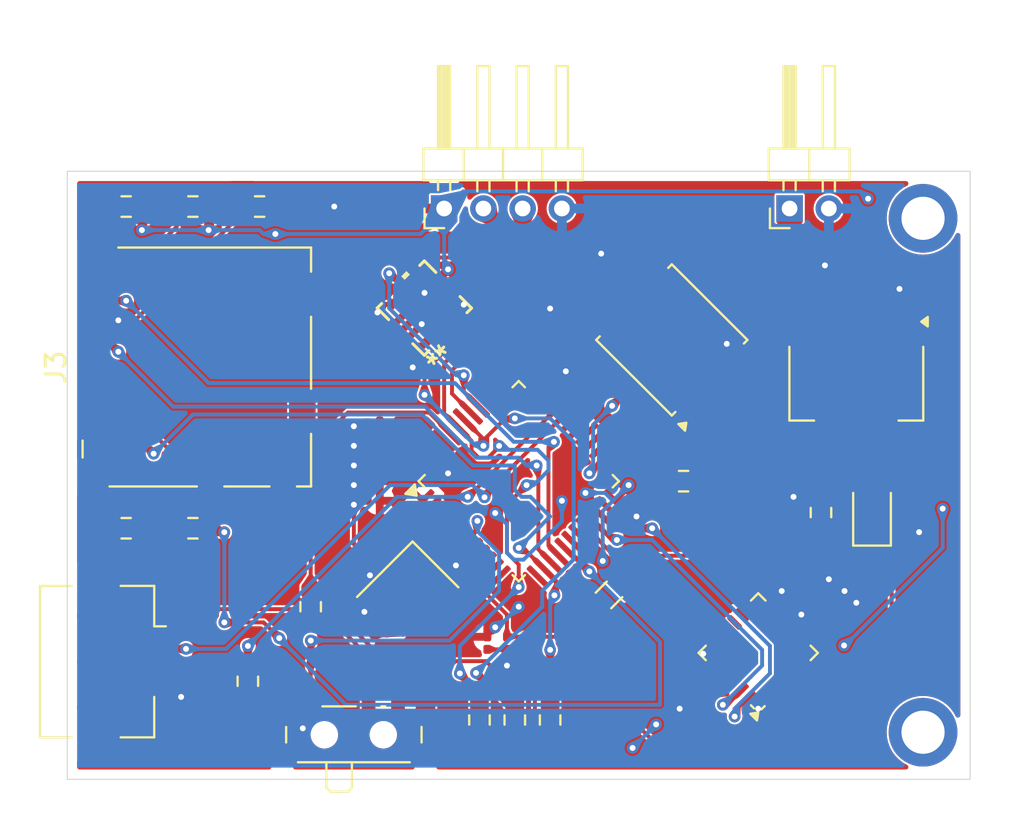
<source format=kicad_pcb>
(kicad_pcb (version 20240108) (generator "pcbnew") (generator_version "8.0")
  (layers (0 "F.Cu" signal) (31 "B.Cu" signal) (34 "B.Paste" user) (35 "F.Paste" user) (36 "B.SilkS" user "B.Silkscreen") (37 "F.SilkS" user "F.Silkscreen") (38 "B.Mask" user) (39 "F.Mask" user) (44 "Edge.Cuts" user))
  (net 0 "")
  (net 1 "+3.3V")
  (net 2 "+3.3VA")
  (net 3 "/NRST")
  (net 4 "/HSE_IN")
  (net 5 "/HSE_OUT")
  (net 6 "VBUS")
  (net 7 "/P_LED_K")
  (net 9 "/USB_D+")
  (net 11 "/USB_D-")
  (net 15 "/SWCLCK")
  (net 16 "/SWDIO")
  (net 17 "/SPI1_CS")
  (net 18 "Net-(J3-DAT1)")
  (net 20 "Net-(J3-DAT2)")
  (net 21 "/SPI1_SCK")
  (net 22 "/SPI1_MISO")
  (net 23 "/SPI1_MOSI")
  (net 24 "/BOOT0")
  (net 25 "/SW_BOOT0")
  (net 26 "/I2C1_SDA")
  (net 27 "/I2C1_SCL")
  (net 28 "/SPI2_CS")
  (net 29 "/INT_1")
  (net 32 "/INT_2")
  (net 40 "/SPI2_SCK")
  (net 41 "/SPI2_MOSI")
  (net 43 "Net-(U6-REGOUT)")
  (net 47 "Net-(U6-CPOUT)")
  (net 48 "/SPI2_MISO")
  (net 51 "/INT_3")
  (net 55 "GND")
  (net 56 "/I2C2_SDA")
  (net 57 "/I2C2_SCL")
  (footprint "Capacitor_SMD:C_0201_0603Metric" (layer "F.Cu") (at 120.757359 116.323045 45)
    (property "Reference" "C16" (hide yes))
    (property "Value" "100n")
  )
  (footprint "Capacitor_SMD:C_0201_0603Metric" (layer "F.Cu") (at 109.846089 131.159798 -135)
    (property "Reference" "C10" (hide yes))
    (property "Value" "10p")
  )
  (footprint "Capacitor_SMD:C_0201_0603Metric" (layer "F.Cu") (at 109.799999 127.2 180)
    (property "Reference" "C1" (hide yes))
    (property "Value" "100n")
  )
  (footprint "Resistor_SMD:R_0603_1608Metric" (layer "F.Cu") (at 115.2 139.375 90)
    (property "Reference" "R4" (hide yes))
    (property "Value" "4.7k")
  )
  (footprint "Capacitor_SMD:C_0201_0603Metric" (layer "F.Cu") (at 116.6 135.455 -90)
    (property "Reference" "C7" (hide yes))
    (property "Value" "1u")
  )
  (footprint "Capacitor_SMD:C_0201_0603Metric" (layer "F.Cu") (at 109.8 124.2 180)
    (property "Reference" "C5" (hide yes))
    (property "Value" "10u")
  )
  (footprint "Resistor_SMD:R_0603_1608Metric" (layer "F.Cu") (at 118.8 139.375 90)
    (property "Reference" "R7" (hide yes))
    (property "Value" "4.7k")
  )
  (footprint "MountingHole:MountingHole_2.2mm_M2_ISO7380_Pad" (layer "F.Cu") (at 137.8 140)
    (property "Reference" "H2" (hide yes))
    (property "Value" "MountingHole")
  )
  (footprint "Capacitor_SMD:C_0201_0603Metric" (layer "F.Cu") (at 109.842551 119.37002 135)
    (property "Reference" "C14" (hide yes))
    (property "Value" "10u")
  )
  (footprint "Resistor_SMD:R_0603_1608Metric" (layer "F.Cu") (at 100.6 113.2)
    (property "Reference" "R9" (hide yes))
    (property "Value" "10k")
  )
  (footprint "Capacitor_SMD:C_0201_0603Metric" (layer "F.Cu") (at 117.6 135.455 -90)
    (property "Reference" "C6" (hide yes))
    (property "Value" "10n")
  )
  (footprint "Inductor_SMD:L_0805_2012Metric" (layer "F.Cu") (at 121.8 133 45)
    (property "Reference" "FB1" (hide yes))
    (property "Value" "120R")
  )
  (footprint "Button_Switch_SMD:SW_SPDT_PCM12" (layer "F.Cu") (at 108.8 139.8)
    (property "Reference" "SW1" (hide yes))
    (property "Value" "SW_SPDT")
  )
  (footprint "Connector_PinHeader_2.00mm:PinHeader_1x04_P2.00mm_Horizontal" (layer "F.Cu") (at 113.4 113.3 90)
    (property "Reference" "J2" (hide yes))
    (property "Value" "Conn_01x04_Socket")
  )
  (footprint "Sensor_Motion:InvenSense_QFN-24_4x4mm_P0.5mm" (layer "F.Cu") (at 129.402082 135.955635 135)
    (property "Reference" "U6" (hide yes))
    (property "Value" "MPU-6050")
  )
  (footprint "Capacitor_SMD:C_0201_0603Metric" (layer "F.Cu") (at 115.6 135.455 -90)
    (property "Reference" "C8" (hide yes))
    (property "Value" "10n")
  )
  (footprint "footprints:QFN_31DLTR_STM" (layer "F.Cu") (at 112.391299 118.376729 135)
    (property "Reference" "U1" (hide yes))
    (property "Value" "H3LIS331DLTR")
  )
  (footprint "Capacitor_SMD:C_0201_0603Metric" (layer "F.Cu") (at 111.03049 120.55796 -45)
    (property "Reference" "C15" (hide yes))
    (property "Value" "100n")
  )
  (footprint "Connector_PinHeader_2.00mm:PinHeader_1x02_P2.00mm_Horizontal" (layer "F.Cu") (at 131 113.3 90)
    (property "Reference" "J4" (hide yes))
    (property "Value" "Conn_01x02_Socket")
  )
  (footprint "Resistor_SMD:R_0603_1608Metric" (layer "F.Cu") (at 125.6 127.2 180)
    (property "Reference" "R6" (hide yes))
    (property "Value" "4.7k")
  )
  (footprint "Resistor_SMD:R_0603_1608Metric" (layer "F.Cu") (at 103.4 137.4 90)
    (property "Reference" "R2" (hide yes))
    (property "Value" "1.5k")
  )
  (footprint "Package_TO_SOT_SMD:SOT-223-3_TabPin2" (layer "F.Cu") (at 134.4 122.2 -90)
    (property "Reference" "U3" (hide yes))
    (property "Value" "AMS1117-3.3")
  )
  (footprint "Capacitor_SMD:C_0201_0603Metric" (layer "F.Cu") (at 133.503301 134.4 45)
    (property "Reference" "C24" (hide yes))
    (property "Value" "0.01uF")
  )
  (footprint "Capacitor_SMD:C_0201_0603Metric" (layer "F.Cu") (at 126.149391 138.076955 -135)
    (property "Reference" "C22" (hide yes))
    (property "Value" "2200pF")
  )
  (footprint "Package_SO:SOIC-8_5.23x5.23mm_P1.27mm" (layer "F.Cu") (at 125 120 135)
    (property "Reference" "U4" (hide yes))
    (property "Value" "W25Q128JVS")
  )
  (footprint "LED_SMD:LED_0805_2012Metric" (layer "F.Cu") (at 135.2 128.8 90)
    (property "Reference" "D1" (hide yes))
    (property "Value" "RED")
  )
  (footprint "Capacitor_SMD:C_0201_0603Metric" (layer "F.Cu") (at 109.799999 126.2 180)
    (property "Reference" "C3" (hide yes))
    (property "Value" "100n")
  )
  (footprint "Capacitor_SMD:C_0201_0603Metric" (layer "F.Cu") (at 132.089088 132.985787 -135)
    (property "Reference" "C21" (hide yes))
    (property "Value" "0.1u")
  )
  (footprint "Connector_USB:USB_Micro-B_Amphenol_10104110_Horizontal" (layer "F.Cu") (at 96.97 136.4 -90)
    (property "Reference" "J1" (hide yes))
    (property "Value" "USB_B_Micro")
  )
  (footprint "Capacitor_SMD:C_0201_0603Metric" (layer "F.Cu") (at 132 116.4 90)
    (property "Reference" "C12" (hide yes))
    (property "Value" "22u")
  )
  (footprint "Package_QFP:LQFP-48_7x7mm_P0.5mm" (layer "F.Cu") (at 117.2 127.2 45)
    (property "Reference" "U2" (hide yes))
    (property "Value" "STM32F103C8Tx")
  )
  (footprint "Resistor_SMD:R_0603_1608Metric" (layer "F.Cu") (at 106.6 133.6 90)
    (property "Reference" "R1" (hide yes))
    (property "Value" "10k")
  )
  (footprint "Capacitor_SMD:C_0201_0603Metric" (layer "F.Cu") (at 119.484567 117.595837 -135)
    (property "Reference" "C17" (hide yes))
    (property "Value" "10u")
  )
  (footprint "Capacitor_SMD:C_0201_0603Metric" (layer "F.Cu") (at 109.799999 125.2 180)
    (property "Reference" "C4" (hide yes))
    (property "Value" "100n")
  )
  (footprint "Resistor_SMD:R_0603_1608Metric" (layer "F.Cu") (at 132.6 128.8 90)
    (property "Reference" "R3" (hide yes))
    (property "Value" "1.5k")
  )
  (footprint "Resistor_SMD:R_0603_1608Metric" (layer "F.Cu") (at 97.2 129.6)
    (property "Reference" "R11" (hide yes))
    (property "Value" "10k")
  )
  (footprint "Resistor_SMD:R_0603_1608Metric" (layer "F.Cu") (at 97.2 113.2)
    (property "Reference" "R10" (hide yes))
    (property "Value" "10k")
  )
  (footprint "Capacitor_SMD:C_0201_0603Metric" (layer "F.Cu") (at 109.799999 128.200001 180)
    (property "Reference" "C2" (hide yes))
    (property "Value" "100n")
  )
  (footprint "Capacitor_SMD:C_0201_0603Metric" (layer "F.Cu") (at 106.8 113.2)
    (property "Reference" "C18" (hide yes))
    (property "Value" "100n")
  )
  (footprint "Capacitor_SMD:C_0201_0603Metric" (layer "F.Cu") (at 109.563247 134.836753 135)
    (property "Reference" "C11" (hide yes))
    (property "Value" "10p")
  )
  (footprint "Capacitor_SMD:C_0201_0603Metric" (layer "F.Cu") (at 132.796195 133.692893 -135)
    (property "Reference" "C23" (hide yes))
    (property "Value" "0.1u")
  )
  (footprint "Connector_Card:microSD_HC_Molex_104031-0811" (layer "F.Cu") (at 100.8 121.4 90)
    (property "Reference" "J3")
    (property "Value" "Micro_SD_Card")
  )
  (footprint "Capacitor_SMD:C_0201_0603Metric" (layer "F.Cu") (at 137.6 128.8 -90)
    (property "Reference" "C13" (hide yes))
    (property "Value" "22u")
  )
  (footprint "Capacitor_SMD:C_0201_0603Metric" (layer "F.Cu") (at 106.6 136.2 -90)
    (property "Reference" "C9" (hide yes))
    (property "Value" "100n")
  )
  (footprint "Resistor_SMD:R_0603_1608Metric" (layer "F.Cu") (at 104 113.2)
    (property "Reference" "R8" (hide yes))
    (property "Value" "10k")
  )
  (footprint "Resistor_SMD:R_0603_1608Metric" (layer "F.Cu") (at 100.6 129.6)
    (property "Reference" "R12" (hide yes))
    (property "Value" "10k")
  )
  (footprint "MountingHole:MountingHole_2.2mm_M2_ISO7380_Pad" (layer "F.Cu") (at 137.8 113.8)
    (property "Reference" "H1" (hide yes))
    (property "Value" "MountingHole")
  )
  (footprint "Crystal:Crystal_SMD_3225-4Pin_3.2x2.5mm" (layer "F.Cu") (at 111.543146 132.856854 -135)
    (property "Reference" "Y1" (hide yes))
    (property "Value" "16MHz")
  )
  (footprint "Resistor_SMD:R_0603_1608Metric" (layer "F.Cu") (at 117 139.375 90)
    (property "Reference" "R5" (hide yes))
    (property "Value" "4.7k")
  )
  (gr_line (start 140.2 111.4) (end 94.2 111.4) (stroke (width 0.05)) (layer "Edge.Cuts"))
  (gr_line (start 94.2 142.4) (end 140.2 142.4) (stroke (width 0.05)) (layer "Edge.Cuts"))
  (gr_line (start 140.2 142.4) (end 140.2 111.4) (stroke (width 0.05)) (layer "Edge.Cuts"))
  (gr_line (start 94.2 111.4) (end 94.2 142.4) (stroke (width 0.05)) (layer "Edge.Cuts"))
  (segment (start 110.12 125.199999) (end 110.119999 125.2) (width 0.2) (layer "F.Cu") (net 1))
  (segment (start 113.32 138.32) (end 115.2 140.2) (width 0.2) (layer "F.Cu") (net 1))
  (segment (start 115.6 135.048528) (end 116 134.648528) (width 0.2) (layer "F.Cu") (net 1))
  (segment (start 112.953643 117.046357) (end 113.6 116.4) (width 0.2) (layer "F.Cu") (net 1))
  (segment (start 128.907107 133.692893) (end 128.583671 133.369457) (width 0.2) (layer "F.Cu") (net 1))
  (segment (start 102.8 130.048529) (end 102.8 117.2) (width 0.2) (layer "F.Cu") (net 1))
  (segment (start 110.068825 119.596295) (end 110.804216 120.331686) (width 0.2) (layer "F.Cu") (net 1))
  (segment (start 101.425 113.2) (end 101.425 114.375) (width 0.2) (layer "F.Cu") (net 1))
  (segment (start 102.448529 130.4) (end 102.8 130.048529) (width 0.2) (layer "F.Cu") (net 1))
  (segment (start 105.03 140.4) (end 106.438629 140.4) (width 0.2) (layer "F.Cu") (net 1))
  (segment (start 98.025 113.2) (end 98.025 114.375) (width 0.2) (layer "F.Cu") (net 1))
  (segment (start 111.084014 119.684014) (end 111.18036 119.78036) (width 0.2) (layer "F.Cu") (net 1))
  (segment (start 111.1 138.42) (end 111.05 138.37) (width 0.2) (layer "F.Cu") (net 1))
  (segment (start 121.107377 118.766099) (end 121.107377 118.801454) (width 0.2) (layer "F.Cu") (net 1))
  (segment (start 127.2 121.301975) (end 127.994597 122.096572) (width 0.2) (layer "F.Cu") (net 1))
  (segment (start 109 119.234577) (end 109 117.492893) (width 0.2) (layer "F.Cu") (net 1))
  (segment (start 110.119999 125.2) (end 110.119999 126.2) (width 0.2) (layer "F.Cu") (net 1))
  (segment (start 100.65 112.425) (end 101.425 113.2) (width 0.2) (layer "F.Cu") (net 1))
  (segment (start 112.953643 117.1071) (end 112.953643 117.046357) (width 0.2) (layer "F.Cu") (net 1))
  (segment (start 134.4 119.050001) (end 134.4 125.349999) (width 0.5) (layer "F.Cu") (net 1))
  (segment (start 137.462499 127.862499) (end 137.6 128) (width 0.2) (layer "F.Cu") (net 1))
  (segment (start 98.195 121.205) (end 102.5 116.9) (width 0.2) (layer "F.Cu") (net 1))
  (segment (start 110.119999 126.2) (end 110.119999 127.2) (width 0.2) (layer "F.Cu") (net 1))
  (segment (start 111.18036 120) (end 110.848674 120.331686) (width 0.2) (layer "F.Cu") (net 1))
  (segment (start 110.12 124.2) (end 110.12 125.199999) (width 0.2) (layer "F.Cu") (net 1))
  (segment (start 137.6 128) (end 137.6 128.48) (width 0.2) (layer "F.Cu") (net 1))
  (segment (start 138.68 128.48) (end 137.6 128.48) (width 0.2) (layer "F.Cu") (net 1))
  (segment (start 119.727208 133.8) (end 121.278509 132.248699) (width 0.2) (layer "F.Cu") (net 1))
  (segment (start 127.994597 122.096572) (end 128.115196 122.217171) (width 0.2) (layer "F.Cu") (net 1))
  (segment (start 95.35 121.205) (end 98.195 121.205) (width 0.2) (layer "F.Cu") (net 1))
  (segment (start 118.198788 122.312124) (end 118.198788 121.710043) (width 0.2) (layer "F.Cu") (net 1))
  (segment (start 134.4 125.349999) (end 134.4 126) (width 0.2) (layer "F.Cu") (net 1))
  (segment (start 127.462913 132.248699) (end 128.907107 133.692893) (width 0.2) (layer "F.Cu") (net 1))
  (segment (start 125.4 139.8) (end 129.55147 139.8) (width 0.2) (layer "F.Cu") (net 1))
  (segment (start 127.2 118.657393) (end 127.2 121.301975) (width 0.2) (layer "F.Cu") (net 1))
  (segment (start 121.724265 116.275735) (end 123 115) (width 0.2) (layer "F.Cu") (net 1))
  (segment (start 134.4 113.4) (end 134.4 119.050001) (width 0.2) (layer "F.Cu") (net 1))
  (segment (start 102.6 112) (end 103.625 112) (width 0.2) (layer "F.Cu") (net 1))
  (segment (start 112.366274 120.233726) (end 111.633726 120.233726) (width 0.2) (layer "F.Cu") (net 1))
  (segment (start 134.4 126) (end 135.2 126.8) (width 0.2) (layer "F.Cu") (net 1))
  (segment (start 104.825 113.2) (end 106.48 113.2) (width 0.2) (layer "F.Cu") (net 1))
  (segment (start 124.8 139.2) (end 125.4 139.8) (width 0.2) (layer "F.Cu") (net 1))
  (segment (start 99.775 129.6) (end 99 130.375) (width 0.2) (layer "F.Cu") (net 1))
  (segment (start 120.651294 116.549319) (end 122.005403 117.903428) (width 0.2) (layer "F.Cu") (net 1))
  (segment (start 114.376458 128.624987) (end 112.951471 127.2) (width 0.2) (layer "F.Cu") (net 1))
  (segment (start 109.865119 119.8) (end 109.565423 119.8) (width 0.2) (layer "F.Cu") (net 1))
  (segment (start 118.8 140.2) (end 122.4 140.2) (width 0.2) (layer "F.Cu") (net 1))
  (segment (start 119.8 127.8) (end 119.4 128.2) (width 0.2) (layer "F.Cu") (net 1))
  (segment (start 123 115) (end 123.542607 115) (width 0.2) (layer "F.Cu") (net 1))
  (segment (start 110.464449 119.2) (end 110.860743 119.2) (width 0.2) (layer "F.Cu") (net 1))
  (segment (start 138.8 128.6) (end 138.68 128.48) (width 0.2) (layer "F.Cu") (net 1))
  (segment (start 110.860743 119.2) (end 111.12167 118.939073) (width 0.2) (layer "F.Cu") (net 1))
  (segment (start 115.2 140.2) (end 117 140.2) (width 0.2) (layer "F.Cu") (net 1))
  (segment (start 101.425 113.2) (end 101.4125 113.1875) (width 0.2) (layer "F.Cu") (net 1))
  (segment (start 97.15 130.375) (end 96.375 129.6) (width 0.2) (layer "F.Cu") (net 1))
  (segment (start 117 140.2) (end 118.8 140.2) (width 0.2) (layer "F.Cu") (net 1))
  (segment (start 110.068825 119.596294) (end 110.068825 119.596295) (width 0.2) (layer "F.Cu") (net 1))
  (segment (start 103.4 138.77) (end 105.03 140.4) (width 0.2) (layer "F.Cu") (net 1))
  (segment (start 110.068825 119.596294) (end 110.068825 119.595624) (width 0.2) (layer "F.Cu") (net 1))
  (segment (start 111.18036 119.78036) (end 111.18036 120) (width 0.2) (layer "F.Cu") (net 1))
  (segment (start 128.115196 122.217171) (end 128.115196 125.509804) (width 0.2) (layer "F.Cu") (net 1))
  (segment (start 111.633726 120.233726) (end 111.084014 119.684014) (width 0.2) (layer "F.Cu") (net 1))
  (segment (start 102.5 116.9) (end 104.8 114.6) (width 0.2) (layer "F.Cu") (net 1))
  (segment (start 109 117.492893) (end 113.092893 113.4) (width 0.2) (layer "F.Cu") (net 1))
  (segment (start 122.460829 132.248699) (end 121.480685 131.268555) (width 0.2) (layer "F.Cu") (net 1))
  (segment (start 119.710841 117.369563) (end 121.107377 118.766099) (width 0.2) (layer "F.Cu") (net 1))
  (segment (start 113.092893 113.4) (end 113.399999 113.4) (width 0.2) (layer "F.Cu") (net 1))
  (segment (start 96.375 129.6) (end 97.175 130.4) (width 0.2) (layer "F.Cu") (net 1))
  (segment (start 116 128.825401) (end 115.799586 128.624987) (width 0.2) (layer "F.Cu") (net 1))
  (segment (start 110.119999 125.2) (end 111.310912 125.2) (width 0.2) (layer "F.Cu") (net 1))
  (segment (start 111.1 138.32) (end 113.32 138.32) (width 0.2) (layer "F.Cu") (net 1))
  (segment (start 124.8 136.6) (end 124.8 139.2) (width 0.2) (layer "F.Cu") (net 1))
  (segment (start 109.565423 119.8) (end 109 119.234577) (width 0.2) (layer "F.Cu") (net 1))
  (segment (start 112.312124 128.198788) (end 111.510912 129) (width 0.2) (layer "F.Cu") (net 1))
  (segment (start 128.030543 133.369457) (end 124.8 136.6) (width 0.2) (layer "F.Cu") (net 1))
  (segment (start 117.2 133.6) (end 117.4 133.8) (width 0.2) (layer "F.Cu") (net 1))
  (segment (start 115.6 135.135) (end 115.6 135.048528) (width 0.2) (layer "F.Cu") (net 1))
  (segment (start 111.510912 129) (end 111.4 129) (width 0.2) (layer "F.Cu") (net 1))
  (segment (start 110.068825 119.595624) (end 110.464449 119.2) (width 0.2) (layer "F.Cu") (net 1))
  (segment (start 102.8 117.2) (end 102.5 116.9) (width 0.2) (layer "F.Cu") (net 1))
  (segment (start 122.551301 132.248699) (end 127.462913 132.248699) (width 0.2) (layer "F.Cu") (net 1))
  (segment (start 112.6 120) (end 112.366274 120.233726) (width 0.2) (layer "F.Cu") (net 1))
  (segment (start 110.631371 140.93) (end 111.1 140.461371) (width 0.2) (layer "F.Cu") (net 1))
  (segment (start 118.198788 121.710043) (end 121.107377 118.801454) (width 0.2) (layer "F.Cu") (net 1))
  (segment (start 111.05 138.37) (end 111.1 138.32) (width 0.2) (layer "F.Cu") (net 1))
  (segment (start 104.825 114.575) (end 104.8 114.6) (width 0.2) (layer "F.Cu") (net 1))
  (segment (start 110.848674 120.331686) (end 110.804216 120.331686) (width 0.2) (layer "F.Cu") (net 1))
  (segment (start 135.2 126.8) (end 135.2 127.862499) (width 0.2) (layer "F.Cu") (net 1))
  (segment (start 131.381981 135.107107) (end 132.569921 133.919167) (width 0.2) (layer "F.Cu") (net 1))
  (segment (start 122.4 140.2) (end 123 140.8) (width 0.2) (layer "F.Cu") (net 1))
  (segment (start 122.8 127.486664) (end 122.087876 128.198788) (width 0.2) (layer "F.Cu") (net 1))
  (segment (start 135.2 127.862499) (end 137.462499 127.862499) (width 0.2) (layer "F.Cu") (net 1))
  (segment (start 135 112.8) (end 134.4 113.4) (width 0.2) (layer "F.Cu") (net 1))
  (segment (start 132.569921 133.919168) (end 133.277027 134.626274) (width 0.2) (layer "F.Cu") (net 1))
  (segment (start 101.425 114.375) (end 101.4 114.4) (width 0.2) (layer "F.Cu") (net 1))
  (segment (start 120.6 127.8) (end 119.8 127.8) (width 0.2) (layer "F.Cu") (net 1))
  (segment (start 106.438629 140.4) (end 106.968629 140.93) (width 0.2) (layer "F.Cu") (net 1))
  (segment (start 132.569921 133.919167) (end 132.569921 133.919168) (width 0.2) (layer "F.Cu") (net 1))
  (segment (start 120.531085 116.549319) (end 120.651294 116.549319) (width 0.2) (layer "F.Cu") (net 1))
  (segment (start 111.475313 119.292715) (end 111.084014 119.684014) (width 0.2) (layer "F.Cu") (net 1))
  (segment (start 123.542607 115) (end 127.2 118.657393) (width 0.2) (layer "F.Cu") (net 1))
  (segment (start 111.4 129) (end 110.600001 128.200001) (width 0.2) (layer "F.Cu") (net 1))
  (segment (start 133.775735 135.575735) (end 133.277027 135.077027) (width 0.2) (layer "F.Cu") (net 1))
  (segment (start 98.025 113.2) (end 98.8 112.425) (width 0.2) (layer "F.Cu") (net 1))
  (segment (start 115.799586 128.624987) (end 114.376458 128.624987) (width 0.2) (layer "F.Cu") (net 1))
  (segment (start 98.025 114.375) (end 98 114.4) (width 0.2) (layer "F.Cu") (net 1))
  (segment (start 128.583671 133.369457) (end 128.030543 133.369457) (width 0.2) (layer "F.Cu") (net 1))
  (segment (start 128.115196 125.509804) (end 126.425 127.2) (width 0.2) (layer "F.Cu") (net 1))
  (segment (start 122.005403 117.903428) (end 121.724265 117.62229) (width 0.2) (layer "F.Cu") (net 1))
  (segment (start 131.31127 135.107107) (end 131.381981 135.107107) (width 0.2) (layer "F.Cu") (net 1))
  (segment (start 103.4 138.225) (end 103.4 138.77) (width 0.2) (layer "F.Cu") (net 1))
  (segment (start 112.951471 127.2) (end 110.119999 127.2) (width 0.2) (layer "F.Cu") (net 1))
  (segment (start 98.8 112.425) (end 100.65 112.425) (width 0.2) (layer "F.Cu") (net 1))
  (segment (start 121.724265 117.62229) (end 121.724265 116.275735) (width 0.2) (layer "F.Cu") (net 1))
  (segment (start 117.4 133.8) (end 119.727208 133.8) (width 0.2) (layer "F.Cu") (net 1))
  (segment (start 122.087876 128.198788) (end 125.426212 128.198788) (width 0.2) (layer "F.Cu") (net 1))
  (segment (start 110.119999 127.2) (end 110.119999 128.200001) (width 0.2) (layer "F.Cu") (net 1))
  (segment (start 124.2 139.6) (end 124.4 139.6) (width 0.2) (layer "F.Cu") (net 1))
  (segment (start 110.068825 119.596294) (end 109.865119 119.8) (width 0.2) (layer "F.Cu") (net 1))
  (segment (start 110.600001 128.200001) (end 110.119999 128.200001) (width 0.2) (layer "F.Cu") (net 1))
  (segment (start 99 130.375) (end 97.15 130.375) (width 0.2) (layer "F.Cu") (net 1))
  (segment (start 125.426212 128.198788) (end 126.425 127.2) (width 0.2) (layer "F.Cu") (net 1))
  (segment (start 129.55147 139.8) (end 133.775735 135.575735) (width 0.2) (layer "F.Cu") (net 1))
  (segment (start 122.8 127.4) (end 122.8 127.486664) (width 0.2) (layer "F.Cu") (net 1))
  (segment (start 124.4 139.6) (end 124.8 139.2) (width 0.2) (layer "F.Cu") (net 1))
  (segment (start 106.968629 140.93) (end 110.631371 140.93) (width 0.2) (layer "F.Cu") (net 1))
  (segment (start 121.278509 132.248699) (end 122.551301 132.248699) (width 0.2) (layer "F.Cu") (net 1))
  (segment (start 133.277027 135.077027) (end 133.277027 134.626274) (width 0.2) (layer "F.Cu") (net 1))
  (segment (start 111.1 140.461371) (end 111.1 138.42) (width 0.2) (layer "F.Cu") (net 1))
  (segment (start 97.175 130.4) (end 102.448529 130.4) (width 0.2) (layer "F.Cu") (net 1))
  (segment (start 122.551301 132.248699) (end 122.460829 132.248699) (width 0.2) (layer "F.Cu") (net 1))
  (segment (start 111.310912 125.2) (end 112.312124 126.201212) (width 0.2) (layer "F.Cu") (net 1))
  (segment (start 119.710841 117.369563) (end 120.531085 116.549319) (width 0.2) (layer "F.Cu") (net 1))
  (segment (start 104.825 113.2) (end 104.825 114.575) (width 0.2) (layer "F.Cu") (net 1))
  (segment (start 101.4125 113.1875) (end 102.6 112) (width 0.2) (layer "F.Cu") (net 1))
  (segment (start 103.625 112) (end 104.825 113.2) (width 0.2) (layer "F.Cu") (net 1))
  (via (at 122.8 127.4) (size 0.6) (drill 0.3) (layers "F.Cu" "B.Cu") (net 1))
  (via (at 117.2 133.6) (size 0.6) (drill 0.3) (layers "F.Cu" "B.Cu") (net 1))
  (via (at 135 112.8) (size 0.6) (drill 0.3) (layers "F.Cu" "B.Cu") (net 1))
  (via (at 113.6 116.4) (size 0.6) (drill 0.3) (layers "F.Cu" "B.Cu") (net 1))
  (via (at 119.4 128.2) (size 0.6) (drill 0.3) (layers "F.Cu" "B.Cu") (net 1))
  (via (at 120.6 127.8) (size 0.6) (drill 0.3) (layers "F.Cu" "B.Cu") (net 1))
  (via (at 101.4 114.4) (size 0.6) (drill 0.3) (layers "F.Cu" "B.Cu") (net 1))
  (via (at 121.480685 131.268555) (size 0.6) (drill 0.3) (layers "F.Cu" "B.Cu") (net 1))
  (via (at 116 134.648528) (size 0.6) (drill 0.3) (layers "F.Cu" "B.Cu") (net 1))
  (via (at 98 114.4) (size 0.6) (drill 0.3) (layers "F.Cu" "B.Cu") (net 1))
  (via (at 104.8 114.6) (size 0.6) (drill 0.3) (layers "F.Cu" "B.Cu") (net 1))
  (via (at 124.2 139.6) (size 0.6) (drill 0.3) (layers "F.Cu" "B.Cu") (net 1))
  (via (at 138.8 128.6) (size 0.6) (drill 0.3) (layers "F.Cu" "B.Cu") (net 1))
  (via (at 123 140.8) (size 0.6) (drill 0.3) (layers "F.Cu" "B.Cu") (net 1))
  (via (at 116 128.825401) (size 0.6) (drill 0.3) (layers "F.Cu" "B.Cu") (net 1))
  (via (at 133.775735 135.575735) (size 0.6) (drill 0.3) (layers "F.Cu" "B.Cu") (net 1))
  (segment (start 133.775735 135.575735) (end 133.824265 135.575735) (width 0.2) (layer "B.Cu") (net 1))
  (segment (start 116.951471 131.2) (end 116.6 130.848529) (width 0.2) (layer "B.Cu") (net 1))
  (segment (start 113.399999 116.199999) (end 113.399999 113.4) (width 0.2) (layer "B.Cu") (net 1))
  (segment (start 116.6 129.4) (end 116.025401 128.825401) (width 0.2) (layer "B.Cu") (net 1))
  (segment (start 121.6 127.8) (end 120.6 127.8) (width 0.2) (layer "B.Cu") (net 1))
  (segment (start 116.151472 134.648528) (end 117.2 133.6) (width 0.2) (layer "B.Cu") (net 1))
  (segment (start 116.025401 128.825401) (end 116 128.825401) (width 0.2) (layer "B.Cu") (net 1))
  (segment (start 121.480685 128.719315) (end 122 128.2) (width 0.2) (layer "B.Cu") (net 1))
  (segment (start 104.8 114.6) (end 112.199999 114.6) (width 0.2) (layer "B.Cu") (net 1))
  (segment (start 101.4 114.4) (end 98 114.4) (width 0.2) (layer "B.Cu") (net 1))
  (segment (start 116.6 130.848529) (end 116.6 129.4) (width 0.2) (layer "B.Cu") (net 1))
  (segment (start 123 140.8) (end 124.2 139.6) (width 0.2) (layer "B.Cu") (net 1))
  (segment (start 113.6 116.4) (end 113.399999 116.199999) (width 0.2) (layer "B.Cu") (net 1))
  (segment (start 133.824265 135.575735) (end 138.8 130.6) (width 0.2) (layer "B.Cu") (net 1))
  (segment (start 114.374999 112.425) (end 134.625 112.425) (width 0.2) (layer "B.Cu") (net 1))
  (segment (start 134.625 112.425) (end 135 112.8) (width 0.2) (layer "B.Cu") (net 1))
  (segment (start 138.8 130.6) (end 138.8 128.6) (width 0.2) (layer "B.Cu") (net 1))
  (segment (start 121.480685 131.268555) (end 121.480685 128.719315) (width 0.2) (layer "B.Cu") (net 1))
  (segment (start 113.399999 113.4) (end 114.374999 112.425) (width 0.2) (layer "B.Cu") (net 1))
  (segment (start 122 128.2) (end 121.6 127.8) (width 0.2) (layer "B.Cu") (net 1))
  (segment (start 119.4 128.2) (end 119.4 129.248529) (width 0.2) (layer "B.Cu") (net 1))
  (segment (start 104 114.4) (end 101.4 114.4) (width 0.2) (layer "B.Cu") (net 1))
  (segment (start 116 134.648528) (end 116.151472 134.648528) (width 0.2) (layer "B.Cu") (net 1))
  (segment (start 122 128.2) (end 122.8 127.4) (width 0.2) (layer "B.Cu") (net 1))
  (segment (start 104.8 114.6) (end 104.2 114.6) (width 0.2) (layer "B.Cu") (net 1))
  (segment (start 112.199999 114.6) (end 113.399999 113.4) (width 0.2) (layer "B.Cu") (net 1))
  (segment (start 117.448529 131.2) (end 116.951471 131.2) (width 0.2) (layer "B.Cu") (net 1))
  (segment (start 104.2 114.6) (end 104 114.4) (width 0.2) (layer "B.Cu") (net 1))
  (segment (start 119.4 129.248529) (end 117.448529 131.2) (width 0.2) (layer "B.Cu") (net 1))
  (segment (start 117.6 135.135) (end 119.665 135.135) (width 0.2) (layer "F.Cu") (net 2))
  (segment (start 119.665 135.135) (end 121.048699 133.751301) (width 0.2) (layer "F.Cu") (net 2))
  (segment (start 116.6 135.135) (end 117.6 135.135) (width 0.2) (layer "F.Cu") (net 2))
  (segment (start 114.596144 131.996144) (end 114.596144 131.571622) (width 0.2) (layer "F.Cu") (net 2))
  (segment (start 114.596144 131.571622) (end 115.140551 131.027215) (width 0.2) (layer "F.Cu") (net 2))
  (segment (start 116.6 135.135) (end 116.6 134) (width 0.2) (layer "F.Cu") (net 2))
  (segment (start 116.6 134) (end 114.596144 131.996144) (width 0.2) (layer "F.Cu") (net 2))
  (segment (start 106.604325 135.325) (end 106.604325 135.875675) (width 0.2) (layer "F.Cu") (net 3))
  (segment (start 114.433445 130.320109) (end 115.09334 129.660214) (width 0.2) (layer "F.Cu") (net 3))
  (segment (start 115.09334 129.660214) (end 115.09334 129.224987) (width 0.2) (layer "F.Cu") (net 3))
  (segment (start 106.604325 135.875675) (end 106.6 135.88) (width 0.2) (layer "F.Cu") (net 3))
  (via (at 115.09334 129.224987) (size 0.6) (drill 0.3) (layers "F.Cu" "B.Cu") (net 3))
  (via (at 106.604325 135.325) (size 0.6) (drill 0.3) (layers "F.Cu" "B.Cu") (net 3))
  (segment (start 116.2 130.848529) (end 116.2 132.8) (width 0.2) (layer "B.Cu") (net 3))
  (segment (start 116.2 132.8) (end 113.675 135.325) (width 0.2) (layer "B.Cu") (net 3))
  (segment (start 115.09334 129.224987) (end 115.09334 129.741869) (width 0.2) (layer "B.Cu") (net 3))
  (segment (start 113.675 135.325) (end 106.604325 135.325) (width 0.2) (layer "B.Cu") (net 3))
  (segment (start 115.09334 129.741869) (end 116.2 130.848529) (width 0.2) (layer "B.Cu") (net 3))
  (segment (start 113.726338 129.613002) (end 111.861344 131.477996) (width 0.2) (layer "F.Cu") (net 4))
  (segment (start 111.861344 131.477996) (end 111.719923 131.477996) (width 0.2) (layer "F.Cu") (net 4))
  (segment (start 110.072363 130.933524) (end 111.175451 130.933524) (width 0.2) (layer "F.Cu") (net 4))
  (segment (start 111.175451 130.933524) (end 111.719923 131.477996) (width 0.2) (layer "F.Cu") (net 4))
  (segment (start 109.789521 135.063027) (end 110.539054 135.063027) (width 0.2) (layer "F.Cu") (net 5))
  (segment (start 113.2 131.543857) (end 113.2 130.846446) (width 0.2) (layer "F.Cu") (net 5))
  (segment (start 112.639161 134.235712) (end 114.141243 132.73363) (width 0.2) (layer "F.Cu") (net 5))
  (segment (start 114.141243 132.73363) (end 114.141243 132.4851) (width 0.2) (layer "F.Cu") (net 5))
  (segment (start 110.539054 135.063027) (end 111.366369 134.235712) (width 0.2) (layer "F.Cu") (net 5))
  (segment (start 113.2 130.846446) (end 114.079891 129.966555) (width 0.2) (layer "F.Cu") (net 5))
  (segment (start 114.141243 132.4851) (end 113.2 131.543857) (width 0.2) (layer "F.Cu") (net 5))
  (segment (start 111.366369 134.235712) (end 112.639161 134.235712) (width 0.2) (layer "F.Cu") (net 5))
  (segment (start 115.527206 136.375735) (end 117.001471 137.85) (width 0.2) (layer "F.Cu") (net 6))
  (segment (start 132.1 126.238231) (end 132.1 119.05) (width 0.2) (layer "F.Cu") (net 6))
  (segment (start 117.001471 137.85) (end 117.737648 137.85) (width 0.2) (layer "F.Cu") (net 6))
  (segment (start 124.2 140.6) (end 131 140.6) (width 0.2) (layer "F.Cu") (net 6))
  (segment (start 136.2 129.261769) (end 135.58823 128.649999) (width 0.2) (layer "F.Cu") (net 6))
  (segment (start 132 116.72) (end 132 118.95) (width 0.2) (layer "F.Cu") (net 6))
  (segment (start 130.999999 113.300001) (end 130.999999 117.949999) (width 0.5) (layer "F.Cu") (net 6))
  (segment (start 131 140.6) (end 136.4 135.2) (width 0.2) (layer "F.Cu") (net 6))
  (segment (start 101.625 133.725) (end 107.744386 133.725) (width 0.2) (layer "F.Cu") (net 6))
  (segment (start 131 113.3) (end 130.999999 113.300001) (width 0.5) (layer "F.Cu") (net 6))
  (segment (start 100.25 135.1) (end 98.52 135.1) (width 0.2) (layer "F.Cu") (net 6))
  (segment (start 136.2 134) (end 136.2 129.261769) (width 0.2) (layer "F.Cu") (net 6))
  (segment (start 117.737648 137.85) (end 118.025 138.137352) (width 0.2) (layer "F.Cu") (net 6))
  (segment (start 136.4 134.2) (end 136.2 134) (width 0.2) (layer "F.Cu") (net 6))
  (segment (start 118.462352 139.4) (end 123 139.4) (width 0.2) (layer "F.Cu") (net 6))
  (segment (start 107.744386 133.725) (end 111.019386 137) (width 0.2) (layer "F.Cu") (net 6))
  (segment (start 113.351471 137) (end 113.975736 136.375735) (width 0.2) (layer "F.Cu") (net 6))
  (segment (start 134.511768 128.649999) (end 132.1 126.238231) (width 0.2) (layer "F.Cu") (net 6))
  (segment (start 132 118.95) (end 132.1 119.05) (width 0.2) (layer "F.Cu") (net 6))
  (segment (start 118.025 138.137352) (end 118.025 138.962648) (width 0.2) (layer "F.Cu") (net 6))
  (segment (start 130.999999 117.949999) (end 132.1 119.05) (width 0.5) (layer "F.Cu") (net 6))
  (segment (start 136.4 135.2) (end 136.4 134.2) (width 0.2) (layer "F.Cu") (net 6))
  (segment (start 113.975736 136.375735) (end 115.527206 136.375735) (width 0.2) (layer "F.Cu") (net 6))
  (segment (start 100.25 135.1) (end 101.625 133.725) (width 0.2) (layer "F.Cu") (net 6))
  (segment (start 135.58823 128.649999) (end 134.511768 128.649999) (width 0.2) (layer "F.Cu") (net 6))
  (segment (start 123 139.4) (end 124.2 140.6) (width 0.2) (layer "F.Cu") (net 6))
  (segment (start 118.025 138.962648) (end 118.462352 139.4) (width 0.2) (layer "F.Cu") (net 6))
  (segment (start 111.019386 137) (end 113.351471 137) (width 0.2) (layer "F.Cu") (net 6))
  (segment (start 135.087499 129.625) (end 135.2 129.737501) (width 0.2) (layer "F.Cu") (net 7))
  (segment (start 132.6 129.625) (end 135.087499 129.625) (width 0.2) (layer "F.Cu") (net 7))
  (segment (start 119.259449 123.372785) (end 114.632234 128) (width 0.2) (layer "F.Cu") (net 9))
  (segment (start 103.4 135.6) (end 103.4 136.575) (width 0.2) (layer "F.Cu") (net 9))
  (segment (start 103.225 136.4) (end 98.52 136.4) (width 0.2) (layer "F.Cu") (net 9))
  (segment (start 103.4 136.575) (end 103.225 136.4) (width 0.2) (layer "F.Cu") (net 9))
  (segment (start 114.632234 128) (end 114.6 128) (width 0.2) (layer "F.Cu") (net 9))
  (via (at 103.4 135.6) (size 0.6) (drill 0.3) (layers "F.Cu" "B.Cu") (net 9))
  (via (at 114.6 128) (size 0.6) (drill 0.3) (layers "F.Cu" "B.Cu") (net 9))
  (segment (start 114.6 128) (end 111 128) (width 0.2) (layer "B.Cu") (net 9))
  (segment (start 111 128) (end 103.4 135.6) (width 0.2) (layer "B.Cu") (net 9))
  (segment (start 115.455775 128.024987) (end 115.455775 127.883565) (width 0.2) (layer "F.Cu") (net 11))
  (segment (start 115.455775 127.883565) (end 119.613002 123.726338) (width 0.2) (layer "F.Cu") (net 11))
  (segment (start 100.25 135.75) (end 98.52 135.75) (width 0.2) (layer "F.Cu") (net 11))
  (via (at 100.25 135.75) (size 0.6) (drill 0.3) (layers "F.Cu" "B.Cu") (net 11))
  (via (at 115.455775 128.024987) (size 0.6) (drill 0.3) (layers "F.Cu" "B.Cu") (net 11))
  (segment (start 102.298529 135.75) (end 110.648529 127.4) (width 0.2) (layer "B.Cu") (net 11))
  (segment (start 100.25 135.75) (end 102.298529 135.75) (width 0.2) (layer "B.Cu") (net 11))
  (segment (start 114.848529 127.4) (end 115.455775 128.007246) (width 0.2) (layer "B.Cu") (net 11))
  (segment (start 110.648529 127.4) (end 114.848529 127.4) (width 0.2) (layer "B.Cu") (net 11))
  (segment (start 115.455775 128.007246) (end 115.455775 128.024987) (width 0.2) (layer "B.Cu") (net 11))
  (segment (start 116.2 122.310912) (end 116.2 114.099999) (width 0.2) (layer "F.Cu") (net 15))
  (segment (start 116.201212 122.312124) (end 116.2 122.310912) (width 0.2) (layer "F.Cu") (net 15))
  (segment (start 116.2 114.099999) (end 115.400001 113.3) (width 0.2) (layer "F.Cu") (net 15))
  (segment (start 117.673347 123.563639) (end 118.361487 123.563639) (width 0.2) (layer "F.Cu") (net 16))
  (segment (start 118.361487 123.563639) (end 118.905895 123.019231) (width 0.2) (layer "F.Cu") (net 16))
  (segment (start 117.399999 123.290291) (end 117.673347 123.563639) (width 0.2) (layer "F.Cu") (net 16))
  (segment (start 117.399999 113.4) (end 117.399999 123.290291) (width 0.2) (layer "F.Cu") (net 16))
  (segment (start 117.2 130.6) (end 117.41802 130.6) (width 0.2) (layer "F.Cu") (net 17))
  (segment (start 119.096749 132.657163) (end 119.096749 132.278729) (width 0.2) (layer "F.Cu") (net 17))
  (segment (start 117.41802 130.6) (end 118.552342 131.734322) (width 0.2) (layer "F.Cu") (net 17))
  (segment (start 119.096749 132.278729) (end 118.552342 131.734322) (width 0.2) (layer "F.Cu") (net 17))
  (segment (start 96.205 123.405) (end 98.6 125.8) (width 0.2) (layer "F.Cu") (net 17))
  (segment (start 119.018377 133.018377) (end 119.018377 132.735535) (width 0.2) (layer "F.Cu") (net 17))
  (segment (start 118.8 138.55) (end 118.8 135.8) (width 0.2) (layer "F.Cu") (net 17))
  (segment (start 119.018377 132.735535) (end 119.096749 132.657163) (width 0.2) (layer "F.Cu") (net 17))
  (segment (start 95.35 123.405) (end 96.205 123.405) (width 0.2) (layer "F.Cu") (net 17))
  (via (at 98.6 125.8) (size 0.6) (drill 0.3) (layers "F.Cu" "B.Cu") (net 17))
  (via (at 119.018377 133.018377) (size 0.6) (drill 0.3) (layers "F.Cu" "B.Cu") (net 17))
  (via (at 117.2 130.6) (size 0.6) (drill 0.3) (layers "F.Cu" "B.Cu") (net 17))
  (via (at 118.8 135.8) (size 0.6) (drill 0.3) (layers "F.Cu" "B.Cu") (net 17))
  (segment (start 117.351471 128) (end 117 127.648529) (width 0.2) (layer "B.Cu") (net 17))
  (segment (start 117 126.4) (end 114.868629 126.4) (width 0.2) (layer "B.Cu") (net 17))
  (segment (start 112.268628 123.8) (end 100.6 123.8) (width 0.2) (layer "B.Cu") (net 17))
  (segment (start 114.868629 126.4) (end 114.668628 126.2) (width 0.2) (layer "B.Cu") (net 17))
  (segment (start 117 127.648529) (end 117 126.4) (width 0.2) (layer "B.Cu") (net 17))
  (segment (start 118.8 129) (end 117.8 128) (width 0.2) (layer "B.Cu") (net 17))
  (segment (start 100.6 123.8) (end 98.6 125.8) (width 0.2) (layer "B.Cu") (net 17))
  (segment (start 114.668628 126.2) (end 112.268628 123.8) (width 0.2) (layer "B.Cu") (net 17))
  (segment (start 118.8 133.236754) (end 118.8 135.8) (width 0.2) (layer "B.Cu") (net 17))
  (segment (start 119.018377 133.018377) (end 118.8 133.236754) (width 0.2) (layer "B.Cu") (net 17))
  (segment (start 117.2 130.6) (end 118.8 129) (width 0.2) (layer "B.Cu") (net 17))
  (segment (start 117.8 128) (end 117.351471 128) (width 0.2) (layer "B.Cu") (net 17))
  (segment (start 96.9 116.53) (end 96.9 113.725) (width 0.2) (layer "F.Cu") (net 18))
  (segment (start 96.9 113.725) (end 96.375 113.2) (width 0.2) (layer "F.Cu") (net 18))
  (segment (start 95.35 116.855) (end 96.575 116.855) (width 0.2) (layer "F.Cu") (net 18))
  (segment (start 96.575 116.855) (end 96.9 116.53) (width 0.2) (layer "F.Cu") (net 18))
  (segment (start 98.025 127.18) (end 98.025 129.6) (width 0.2) (layer "F.Cu") (net 20))
  (segment (start 95.35 124.505) (end 98.025 127.18) (width 0.2) (layer "F.Cu") (net 20))
  (segment (start 96.8 120.6) (end 96.305 120.105) (width 0.2) (layer "F.Cu") (net 21))
  (segment (start 95.35 120.105) (end 96.543529 120.105) (width 0.2) (layer "F.Cu") (net 21))
  (segment (start 96.543529 120.105) (end 103.175 113.473529) (width 0.2) (layer "F.Cu") (net 21))
  (segment (start 96.305 120.105) (end 95.35 120.105) (width 0.2) (layer "F.Cu") (net 21))
  (segment (start 118.2 130.674874) (end 118.905895 131.380769) (width 0.2) (layer "F.Cu") (net 21))
  (segment (start 103.175 113.473529) (end 103.175 113.2) (width 0.2) (layer "F.Cu") (net 21))
  (segment (start 118.115041 126.4) (end 118.2 126.484959) (width 0.2) (layer "F.Cu") (net 21))
  (segment (start 118.2 126.484959) (end 118.2 130.674874) (width 0.2) (layer "F.Cu") (net 21))
  (via (at 96.8 120.6) (size 0.6) (drill 0.3) (layers "F.Cu" "B.Cu") (net 21))
  (via (at 118.115041 126.4) (size 0.6) (drill 0.3) (layers "F.Cu" "B.Cu") (net 21))
  (segment (start 118.115041 126.4) (end 117.6 126.4) (width 0.2) (layer "B.Cu") (net 21))
  (segment (start 115.034314 126) (end 112.434314 123.4) (width 0.2) (layer "B.Cu") (net 21))
  (segment (start 112.434314 123.4) (end 99.6 123.4) (width 0.2) (layer "B.Cu") (net 21))
  (segment (start 117.2 126) (end 115.034314 126) (width 0.2) (layer "B.Cu") (net 21))
  (segment (start 99.6 123.4) (end 96.8 120.6) (width 0.2) (layer "B.Cu") (net 21))
  (segment (start 117.6 126.4) (end 117.2 126) (width 0.2) (layer "B.Cu") (net 21))
  (segment (start 96.1 117.905) (end 99.775 114.23) (width 0.2) (layer "F.Cu") (net 22))
  (segment (start 97.2 118) (end 95.445 118) (width 0.2) (layer "F.Cu") (net 22))
  (segment (start 95.445 118) (end 95.35 117.905) (width 0.2) (layer "F.Cu") (net 22))
  (segment (start 95.35 117.905) (end 96.1 117.905) (width 0.2) (layer "F.Cu") (net 22))
  (segment (start 99.775 114.23) (end 99.775 113.2) (width 0.2) (layer "F.Cu") (net 22))
  (segment (start 118.715041 130.482807) (end 118.715041 125.472829) (width 0.2) (layer "F.Cu") (net 22))
  (segment (start 118.715041 125.472829) (end 118.993935 125.193935) (width 0.2) (layer "F.Cu") (net 22))
  (segment (start 119.259449 131.027215) (end 118.715041 130.482807) (width 0.2) (layer "F.Cu") (net 22))
  (via (at 118.993935 125.193935) (size 0.6) (drill 0.3) (layers "F.Cu" "B.Cu") (net 22))
  (via (at 97.2 118) (size 0.6) (drill 0.3) (layers "F.Cu" "B.Cu") (net 22))
  (segment (start 116.945406 125.193935) (end 113.951471 122.2) (width 0.2) (layer "B.Cu") (net 22))
  (segment (start 113.951471 122.2) (end 101.4 122.2) (width 0.2) (layer "B.Cu") (net 22))
  (segment (start 101.4 122.2) (end 97.2 118) (width 0.2) (layer "B.Cu") (net 22))
  (segment (start 118.993935 125.193935) (end 116.945406 125.193935) (width 0.2) (layer "B.Cu") (net 22))
  (segment (start 119.613002 130.673662) (end 119.673662 130.673662) (width 0.2) (layer "F.Cu") (net 23))
  (segment (start 101.625 129.8) (end 101.425 129.6) (width 0.2) (layer "F.Cu") (net 23))
  (segment (start 105 135.2) (end 104.2 134.4) (width 0.2) (layer "F.Cu") (net 23))
  (segment (start 119.673662 130.673662) (end 120.8 131.8) (width 0.2) (layer "F.Cu") (net 23))
  (segment (start 100.4 128.575) (end 101.425 129.6) (width 0.2) (layer "F.Cu") (net 23))
  (segment (start 104.2 134.4) (end 102.2 134.4) (width 0.2) (layer "F.Cu") (net 23))
  (segment (start 95.35 122.305) (end 96.1 122.305) (width 0.2) (layer "F.Cu") (net 23))
  (segment (start 96.1 122.305) (end 100.4 126.605) (width 0.2) (layer "F.Cu") (net 23))
  (segment (start 100.4 126.605) (end 100.4 128.575) (width 0.2) (layer "F.Cu") (net 23))
  (segment (start 102.2 129.8) (end 101.625 129.8) (width 0.2) (layer "F.Cu") (net 23))
  (via (at 120.8 131.8) (size 0.6) (drill 0.3) (layers "F.Cu" "B.Cu") (net 23))
  (via (at 102.2 134.4) (size 0.6) (drill 0.3) (layers "F.Cu" "B.Cu") (net 23))
  (via (at 102.2 129.8) (size 0.6) (drill 0.3) (layers "F.Cu" "B.Cu") (net 23))
  (via (at 105 135.2) (size 0.6) (drill 0.3) (layers "F.Cu" "B.Cu") (net 23))
  (segment (start 120.8 131.8) (end 124.4 135.4) (width 0.2) (layer "B.Cu") (net 23))
  (segment (start 102.2 134.4) (end 102.2 129.8) (width 0.2) (layer "B.Cu") (net 23))
  (segment (start 124.4 138.6) (end 108.4 138.6) (width 0.2) (layer "B.Cu") (net 23))
  (segment (start 108.4 138.6) (end 105 135.2) (width 0.2) (layer "B.Cu") (net 23))
  (segment (start 124.4 135.4) (end 124.4 138.6) (width 0.2) (layer "B.Cu") (net 23))
  (segment (start 108.5 123.7) (end 106.6 125.6) (width 0.2) (layer "F.Cu") (net 24))
  (segment (start 106.6 125.6) (end 106.6 132.775) (width 0.2) (layer "F.Cu") (net 24))
  (segment (start 112.63934 123.7) (end 108.5 123.7) (width 0.2) (layer "F.Cu") (net 24))
  (segment (start 113.726338 124.786998) (end 112.63934 123.7) (width 0.2) (layer "F.Cu") (net 24))
  (segment (start 109.55 138.37) (end 109.55 136.15) (width 0.2) (layer "F.Cu") (net 25))
  (segment (start 107.825 134.425) (end 106.6 134.425) (width 0.2) (layer "F.Cu") (net 25))
  (segment (start 109.55 136.15) (end 107.825 134.425) (width 0.2) (layer "F.Cu") (net 25))
  (segment (start 116.2 125.4) (end 116.2 125.280761) (width 0.2) (layer "F.Cu") (net 26))
  (segment (start 116.6 128.4) (end 117.6 127.4) (width 0.2) (layer "F.Cu") (net 26))
  (segment (start 115.2 138.55) (end 115.2 138) (width 0.2) (layer "F.Cu") (net 26))
  (segment (start 114.8 125.153554) (end 114.079891 124.433445) (width 0.2) (layer "F.Cu") (net 26))
  (segment (start 113.660928 117.814385) (end 113.875313 117.6) (width 0.2) (layer "F.Cu") (net 26))
  (segment (start 115 119.6) (end 113.4 121.2) (width 0.2) (layer "F.Cu") (net 26))
  (segment (start 115.2 138) (end 114.2 137) (width 0.2) (layer "F.Cu") (net 26))
  (segment (start 116 125.080761) (end 116 125.648529) (width 0.2) (layer "F.Cu") (net 26))
  (segment (start 115.151471 126) (end 114.8 125.648529) (width 0.2) (layer "F.Cu") (net 26))
  (segment (start 117.2 131.448529) (end 116.6 130.848529) (width 0.2) (layer "F.Cu") (net 26))
  (segment (start 116.6 130.848529) (end 116.6 128.4) (width 0.2) (layer "F.Cu") (net 26))
  (segment (start 113.4 123.753554) (end 114.079891 124.433445) (width 0.2) (layer "F.Cu") (net 26))
  (segment (start 115 117.8) (end 115 119.6) (width 0.2) (layer "F.Cu") (net 26))
  (segment (start 113.875313 117.6) (end 114.8 117.6) (width 0.2) (layer "F.Cu") (net 26))
  (segment (start 116.2 125.280761) (end 116 125.080761) (width 0.2) (layer "F.Cu") (net 26))
  (segment (start 113.4 121.2) (end 113.4 123.753554) (width 0.2) (layer "F.Cu") (net 26))
  (segment (start 114.8 125.648529) (end 114.8 125.153554) (width 0.2) (layer "F.Cu") (net 26))
  (segment (start 117.2 132.6) (end 117.2 131.448529) (width 0.2) (layer "F.Cu") (net 26))
  (segment (start 116 125.648529) (end 115.648529 126) (width 0.2) (layer "F.Cu") (net 26))
  (segment (start 115.648529 126) (end 115.151471 126) (width 0.2) (layer "F.Cu") (net 26))
  (segment (start 114.8 117.6) (end 115 117.8) (width 0.2) (layer "F.Cu") (net 26))
  (via (at 114.2 137) (size 0.6) (drill 0.3) (layers "F.Cu" "B.Cu") (net 26))
  (via (at 116.2 125.4) (size 0.6) (drill 0.3) (layers "F.Cu" "B.Cu") (net 26))
  (via (at 117.2 132.6) (size 0.6) (drill 0.3) (layers "F.Cu" "B.Cu") (net 26))
  (via (at 117.6 127.4) (size 0.6) (drill 0.3) (layers "F.Cu" "B.Cu") (net 26))
  (segment (start 117.96357 127.4) (end 118.715041 126.648529) (width 0.2) (layer "B.Cu") (net 26))
  (segment (start 118.715041 126.151471) (end 118.16357 125.6) (width 0.2) (layer "B.Cu") (net 26))
  (segment (start 116.4 125.6) (end 116.2 125.4) (width 0.2) (layer "B.Cu") (net 26))
  (segment (start 118.16357 125.6) (end 116.4 125.6) (width 0.2) (layer "B.Cu") (net 26))
  (segment (start 118.715041 126.648529) (end 118.715041 126.151471) (width 0.2) (layer "B.Cu") (net 26))
  (segment (start 114.2 137) (end 114.2 135.6) (width 0.2) (layer "B.Cu") (net 26))
  (segment (start 114.2 135.6) (end 117.2 132.6) (width 0.2) (layer "B.Cu") (net 26))
  (segment (start 117.6 127.4) (end 117.96357 127.4) (width 0.2) (layer "B.Cu") (net 26))
  (segment (start 115.4 125.046446) (end 114.433445 124.079891) (width 0.2) (layer "F.Cu") (net 27))
  (segment (start 117 138.55) (end 116.59853 138.55) (width 0.2) (layer "F.Cu") (net 27))
  (segment (start 117 124) (end 116.515075 124) (width 0.2) (layer "F.Cu") (net 27))
  (segment (start 116.59853 138.55) (end 115.024265 136.975735) (width 0.2) (layer "F.Cu") (net 27))
  (segment (start 113.660928 118.939073) (end 113.894653 119.172798) (width 0.2) (layer "F.Cu") (net 27))
  (segment (start 115.4 125.4) (end 115.4 125.046446) (width 0.2) (layer "F.Cu") (net 27))
  (segment (start 115.4 125.115075) (end 115.4 125.4) (width 0.2) (layer "F.Cu") (net 27))
  (segment (start 112.4 121.6) (end 112.4 122.8) (width 0.2) (layer "F.Cu") (net 27))
  (segment (start 113.894653 120.105347) (end 112.4 121.6) (width 0.2) (layer "F.Cu") (net 27))
  (segment (start 113.894653 119.172798) (end 113.894653 120.105347) (width 0.2) (layer "F.Cu") (net 27))
  (segment (start 116.515075 124) (end 115.4 125.115075) (width 0.2) (layer "F.Cu") (net 27))
  (via (at 115.024265 136.975735) (size 0.6) (drill 0.3) (layers "F.Cu" "B.Cu") (net 27))
  (via (at 115.4 125.4) (size 0.6) (drill 0.3) (layers "F.Cu" "B.Cu") (net 27))
  (via (at 112.4 122.8) (size 0.6) (drill 0.3) (layers "F.Cu" "B.Cu") (net 27))
  (via (at 117 124) (size 0.6) (drill 0.3) (layers "F.Cu" "B.Cu") (net 27))
  (segment (start 118.4 132.788225) (end 120 131.188225) (width 0.2) (layer "B.Cu") (net 27))
  (segment (start 120 125.2) (end 118.8 124) (width 0.2) (layer "B.Cu") (net 27))
  (segment (start 118.4 133.6) (end 118.4 132.788225) (width 0.2) (layer "B.Cu") (net 27))
  (segment (start 115.024265 136.975735) (end 118.4 133.6) (width 0.2) (layer "B.Cu") (net 27))
  (segment (start 115 125.4) (end 115.4 125.4) (width 0.2) (layer "B.Cu") (net 27))
  (segment (start 118.8 124) (end 117 124) (width 0.2) (layer "B.Cu") (net 27))
  (segment (start 120 131.188225) (end 120 125.2) (width 0.2) (layer "B.Cu") (net 27))
  (segment (start 112.4 122.8) (end 115 125.4) (width 0.2) (layer "B.Cu") (net 27))
  (segment (start 122.087876 126.201212) (end 123.776212 126.201212) (width 0.2) (layer "F.Cu") (net 28))
  (segment (start 125.089088 123.2) (end 122.087876 126.201212) (width 0.2) (layer "F.Cu") (net 28))
  (segment (start 126.198546 123.892623) (end 125.505923 123.2) (width 0.2) (layer "F.Cu") (net 28))
  (segment (start 125.505923 123.2) (end 125.089088 123.2) (width 0.2) (layer "F.Cu") (net 28))
  (segment (start 123.776212 126.201212) (end 124.775 127.2) (width 0.2) (layer "F.Cu") (net 28))
  (segment (start 110.61457 116.6) (end 111.475313 117.460743) (width 0.2) (layer "F.Cu") (net 29))
  (segment (start 115.140551 123.372785) (end 114.4 122.632234) (width 0.2) (layer "F.Cu") (net 29))
  (segment (start 110.6 116.6) (end 110.61457 116.6) (width 0.2) (layer "F.Cu") (net 29))
  (segment (start 114.4 122.632234) (end 114.4 121.8) (width 0.2) (layer "F.Cu") (net 29))
  (via (at 110.6 116.6) (size 0.6) (drill 0.3) (layers "F.Cu" "B.Cu") (net 29))
  (via (at 114.4 121.8) (size 0.6) (drill 0.3) (layers "F.Cu" "B.Cu") (net 29))
  (segment (start 110.6 118.382411) (end 110.6 116.6) (width 0.2) (layer "B.Cu") (net 29))
  (segment (start 114.017589 121.8) (end 110.6 118.382411) (width 0.2) (layer "B.Cu") (net 29))
  (segment (start 114.4 121.8) (end 114.017589 121.8) (width 0.2) (layer "B.Cu") (net 29))
  (segment (start 113.8 121.551471) (end 114.351471 121) (width 0.2) (layer "F.Cu") (net 32))
  (segment (start 114.351471 121) (end 114.6 121) (width 0.2) (layer "F.Cu") (net 32))
  (segment (start 115.8 119.8) (end 115.8 117.4) (width 0.2) (layer "F.Cu") (net 32))
  (segment (start 114.2 115.8) (end 113.136056 115.8) (width 0.2) (layer "F.Cu") (net 32))
  (segment (start 113.8 122.73934) (end 113.8 121.551471) (width 0.2) (layer "F.Cu") (net 32))
  (segment (start 114.786998 123.726338) (end 113.8 122.73934) (width 0.2) (layer "F.Cu") (net 32))
  (segment (start 114.6 121) (end 115.8 119.8) (width 0.2) (layer "F.Cu") (net 32))
  (segment (start 115.8 117.4) (end 114.2 115.8) (width 0.2) (layer "F.Cu") (net 32))
  (segment (start 113.136056 115.8) (end 112.182598 116.753458) (width 0.2) (layer "F.Cu") (net 32))
  (segment (start 123.024027 122.295209) (end 121.959618 123.359618) (width 0.2) (layer "F.Cu") (net 40))
  (segment (start 122.903428 117.005403) (end 123.024027 117.126002) (width 0.2) (layer "F.Cu") (net 40))
  (segment (start 120.8 126.8) (end 120.8 126.78198) (width 0.2) (layer "F.Cu") (net 40))
  (segment (start 120.8 126.78198) (end 121.734322 125.847658) (width 0.2) (layer "F.Cu") (net 40))
  (segment (start 123.024027 117.126002) (end 123.024027 122.295209) (width 0.2) (layer "F.Cu") (net 40))
  (via (at 121.959618 123.359618) (size 0.6) (drill 0.3) (layers "F.Cu" "B.Cu") (net 40))
  (via (at 120.8 126.8) (size 0.6) (drill 0.3) (layers "F.Cu" "B.Cu") (net 40))
  (segment (start 120.99055 124.328686) (end 120.99055 126.60945) (width 0.2) (layer "B.Cu") (net 40))
  (segment (start 120.99055 126.60945) (end 120.8 126.8) (width 0.2) (layer "B.Cu") (net 40))
  (segment (start 121.959618 123.359618) (end 120.99055 124.328686) (width 0.2) (layer "B.Cu") (net 40))
  (segment (start 124.8 117.105923) (end 123.801454 116.107377) (width 0.2) (layer "F.Cu") (net 41))
  (segment (start 124.8 121.367766) (end 124.8 117.105923) (width 0.2) (layer "F.Cu") (net 41))
  (segment (start 121.027215 125.140551) (end 124.8 121.367766) (width 0.2) (layer "F.Cu") (net 41))
  (segment (start 131.387939 133.212061) (end 131.862814 133.212061) (width 0.2) (layer "F.Cu") (net 43))
  (segment (start 130.604164 134.4) (end 131 134.004164) (width 0.2) (layer "F.Cu") (net 43))
  (segment (start 131 133.6) (end 131.387939 133.212061) (width 0.2) (layer "F.Cu") (net 43))
  (segment (start 131 134.004164) (end 131 133.6) (width 0.2) (layer "F.Cu") (net 43))
  (segment (start 126.375665 137.850681) (end 126.446376 137.850681) (width 0.2) (layer "F.Cu") (net 47))
  (segment (start 126.446376 137.850681) (end 127.492894 136.804163) (width 0.2) (layer "F.Cu") (net 47))
  (segment (start 126.301975 122.2) (end 124.674874 122.2) (width 0.2) (layer "F.Cu") (net 48))
  (segment (start 127.096572 122.994597) (end 126.301975 122.2) (width 0.2) (layer "F.Cu") (net 48))
  (segment (start 124.674874 122.2) (end 121.380769 125.494105) (width 0.2) (layer "F.Cu") (net 48))
  (segment (start 127.204164 131) (end 122.06066 131) (width 0.2) (layer "F.Cu") (net 51))
  (segment (start 129.897057 133.692893) (end 127.204164 131) (width 0.2) (layer "F.Cu") (net 51))
  (segment (start 122.06066 131) (end 120.673662 129.613002) (width 0.2) (layer "F.Cu") (net 51))
  (segment (start 106.6 136.52) (end 106.6 138.32) (width 0.2) (layer "F.Cu") (net 55))
  (segment (start 116.6 135.775) (end 116.6 136.6) (width 0.2) (layer "F.Cu") (net 55))
  (segment (start 109.336973 133.860946) (end 110.164288 133.033631) (width 0.2) (layer "F.Cu") (net 55))
  (segment (start 114.786998 130.673662) (end 114.786998 130.710129) (width 0.2) (layer "F.Cu") (net 55))
  (segment (start 109.616277 119.143746) (end 109.616277 118.983723) (width 0.2) (layer "F.Cu") (net 55))
  (segment (start 132 116.08) (end 132.68 116.08) (width 0.2) (layer "F.Cu") (net 55))
  (segment (start 109.616277 118.983723) (end 110 118.6) (width 0.2) (layer "F.Cu") (net 55))
  (segment (start 132.315362 132.759513) (end 132.315363 132.759513) (width 0.2) (layer "F.Cu") (net 55))
  (segment (start 119.258293 117.941707) (end 118.8 118.4) (width 0.2) (layer "F.Cu") (net 55))
  (segment (start 110.431972 118.168028) (end 110 118.6) (width 0.2) (layer "F.Cu") (net 55))
  (segment (start 132.68 116.08) (end 132.8 116.2) (width 0.2) (layer "F.Cu") (net 55))
  (segment (start 109.479999 125.2) (end 109.479999 124.200001) (width 0.2) (layer "F.Cu") (net 55))
  (segment (start 109.619815 131.386072) (end 109.619815 131.230512) (width 0.2) (layer "F.Cu") (net 55))
  (segment (start 137.6 129.12) (end 137.6 129.8) (width 0.2) (layer "F.Cu") (net 55))
  (segment (start 132.315363 132.759513) (end 133.022469 133.466619) (width 0.2) (layer "F.Cu") (net 55))
  (segment (start 130.6 132.8) (end 130.6 133.697057) (width 0.2) (layer "F.Cu") (net 55))
  (segment (start 112.665678 125.865678) (end 113.6 126.8) (width 0.2) (layer "F.Cu") (net 55))
  (segment (start 95.35 119.005) (end 96.795 119.005) (width 0.2) (layer "F.Cu") (net 55))
  (segment (start 133.022469 133.466619) (end 133.133381 133.466619) (width 0.2) (layer "F.Cu") (net 55))
  (segment (start 109.619815 131.386072) (end 109.619815 132.489158) (width 0.2) (layer "F.Cu") (net 55))
  (segment (start 109.336973 134.610479) (end 109.336973 133.860946) (width 0.2) (layer "F.Cu") (net 55))
  (segment (start 111.12167 117.814385) (end 111.12167 117.814386) (width 0.2) (layer "F.Cu") (net 55))
  (segment (start 109.479999 127.2) (end 109.479999 126.2) (width 0.2) (layer "F.Cu") (net 55))
  (segment (start 111.828955 119.646358) (end 111.828955 119.621963) (width 0.2) (layer "F.Cu") (net 55))
  (segment (start 133.022469 133.466619) (end 133.022469 133.46662) (width 0.2) (layer "F.Cu") (net 55))
  (segment (start 98.52 137.7) (end 99.5 137.7) (width 0.2) (layer "F.Cu") (net 55))
  (segment (start 106.55 139.45) (end 106.2 139.8) (width 0.2) (layer "F.Cu") (net 55))
  (segment (start 99.1 137.7) (end 99 137.8) (width 0.2) (layer "F.Cu") (net 55))
  (segment (start 131.225 127.975) (end 131.2 128) (width 0.2) (layer "F.Cu") (net 55))
  (segment (start 136.7 117.5) (end 136.6 117.4) (width 0.2) (layer "F.Cu") (net 55))
  (segment (start 109.479999 128.200001) (end 108.999999 128.200001) (width 0.2) (layer "F.Cu") (net 55))
  (segment (start 119.6 121.61802) (end 118.552342 122.665678) (width 0.2) (layer "F.Cu") (net 55))
  (segment (start 131.6 134.11127) (end 131.6 134) (width 0.2) (layer "F.Cu") (net 55))
  (segment (start 129.897057 138.302943) (end 129.4 138.8) (width 0.2) (layer "F.Cu") (net 55))
  (segment (start 132.440487 132.759513) (end 133 132.2) (width 0.2) (layer "F.Cu") (net 55))
  (segment (start 114.786998 130.710129) (end 114.000899 131.496228) (width 0.2) (layer "F.Cu") (net 55))
  (segment (start 119.258293 117.822111) (end 119.258293 117.941707) (width 0.2) (layer "F.Cu") (net 55))
  (segment (start 125.896771 138.303229) (end 125.4 138.8) (width 0.2) (layer "F.Cu") (net 55))
  (segment (start 123.103251 129.096749) (end 122.278729 129.096749) (width 0.2) (layer "F.Cu") (net 55))
  (segment (start 115.6 135.775) (end 116.6 135.775) (width 0.2) (layer "F.Cu") (net 55))
  (segment (start 109 124.2) (end 108.8 124.4) (width 0.2) (layer "F.Cu") (net 55))
  (segment (start 114.01457 118.58543) (end 114.4 118.2) (width 0.2) (layer "F.Cu") (net 55))
  (segment (start 119.6 121.6) (end 119.6 121.61802) (width 0.2) (layer "F.Cu") (net 55))
  (segment (start 109.619815 132.489158) (end 110.164288 133.033631) (width 0.2) (layer "F.Cu") (net 55))
  (segment (start 111.256764 120.856764) (end 111.8 121.4) (width 0.2) (layer "F.Cu") (net 55))
  (segment (start 128.798546 121.198546) (end 127.8 120.2) (width 0.2) (layer "F.Cu") (net 55))
  (segment (start 112.922004 132.680077) (end 112.904846 132.697235) (width 0.2) (layer "F.Cu") (net 55))
  (segment (start 122.278729 129.096749) (end 121.734322 128.552342) (width 0.2) (layer "F.Cu") (net 55))
  (segment (start 112.922004 132.680077) (end 112.922004 132.538656) (width 0.2) (layer "F.Cu") (net 55))
  (segment (start 107.12 113.2) (end 107.8 113.2) (width 0.2) (layer "F.Cu") (net 55))
  (segment (start 109.479999 126.2) (end 109 126.2) (width 0.2) (layer "F.Cu") (net 55))
  (segment (start 109.479999 127.2) (end 109 127.2) (width 0.2) (layer "F.Cu") (net 55))
  (segment (start 133.133381 133.466619) (end 133.8 132.8) (width 0.2) (layer "F.Cu") (net 55))
  (segment (start 96.795 119.005) (end 96.8 119) (width 0.2) (layer "F.Cu") (net 55))
  (segment (start 112.494468 117.694468) (end 112.4 117.6) (width 0.2) (layer "F.Cu") (net 55))
  (segment (start 108.8 130.410697) (end 108.8 128.4) (width 0.2) (layer "F.Cu") (net 55))
  (segment (start 132.315362 132.759513) (end 132.440487 132.759513) (width 0.2) (layer "F.Cu") (net 55))
  (segment (start 111.828955 117.1071) (end 112.321855 117.6) (width 0.2) (layer "F.Cu") (net 55))
  (segment (start 111.12167 117.814386) (end 110.768028 118.168028) (width 0.2) (layer "F.Cu") (net 55))
  (segment (start 136.7 119.05) (end 136.7 117.5) (width 0.2) (layer "F.Cu") (net 55))
  (segment (start 109.479999 124.200001) (end 109.48 124.2) (width 0.2) (layer "F.Cu") (net 55))
  (segment (start 111.256764 120.784234) (end 111.256764 120.856764) (width 0.2) (layer "F.Cu") (net 55))
  (segment (start 106.55 138.37) (end 106.55 139.45) (width 0.2) (layer "F.Cu") (net 55))
  (segment (start 129.897057 138.218377) (end 129.897057 138.302943) (width 0.2) (layer "F.Cu") (net 55))
  (segment (start 133.729575 134.173726) (end 133.729575 134.070425) (width 0.2) (layer "F.Cu") (net 55))
  (segment (start 109 125.2) (end 108.8 125.4) (width 0.2) (layer "F.Cu") (net 55))
  (segment (start 108.999999 128.200001) (end 108.8 128.4) (width 0.2) (layer "F.Cu") (net 55))
  (segment (start 132.6 127.975) (end 131.225 127.975) (width 0.2) (layer "F.Cu") (net 55))
  (segment (start 120.983633 116.096771) (end 120.983633 116.016367) (width 0.2) (layer "F.Cu") (net 55))
  (segment (start 110.500684 132.697235) (end 110.164288 133.033631) (width 0.2) (layer "F.Cu") (net 55))
  (segment (start 133.022469 133.46662) (end 133.729575 134.173726) (width 0.2) (layer "F.Cu") (net 55))
  (segment (start 112.321855 117.6) (end 112.4 117.6) (width 0.2) (layer "F.Cu") (net 55))
  (segment (start 130.957717 134.753553) (end 131.6 134.11127) (width 0.2) (layer "F.Cu") (net 55))
  (segment (start 116.6 135.775) (end 117.6 135.775) (width 0.2) (layer "F.Cu") (net 55))
  (segment (start 112.665678 125.847658) (end 112.665678 125.865678) (width 0.2) (layer "F.Cu") (net 55))
  (segment (start 114.786998 130.662686) (end 114.786998 130.673662) (width 0.2) (layer "F.Cu") (net 55))
  (segment (start 120.983633 116.016367) (end 121.4 115.6) (width 0.2) (layer "F.Cu") (net 55))
  (segment (start 113.07356 117.694468) (end 112.494468 117.694468) (width 0.2) (layer "F.Cu") (net 55))
  (segment (start 106.6 138.32) (end 106.55 138.37) (width 0.2) (layer "F.Cu") (net 55))
  (segment (start 109.479999 128.200001) (end 109.479999 127.2) (width 0.2) (layer "F.Cu") (net 55))
  (segment (start 133.729575 134.070425) (end 134.4 133.4) (width 0.2) (layer "F.Cu") (net 55))
  (segment (start 109 127.2) (end 108.8 127.4) (width 0.2) (layer "F.Cu") (net 55))
  (segment (start 110.768028 118.168028) (end 110.431972 118.168028) (width 0.2) (layer "F.Cu") (net 55))
  (segment (start 111.828955 119.621963) (end 112.258518 119.1924) (width 0.2) (layer "F.Cu") (net 55))
  (segment (start 123.2 129) (end 123.103251 129.096749) (width 0.2) (layer "F.Cu") (net 55))
  (segment (start 109.48 124.2) (end 109 124.2) (width 0.2) (layer "F.Cu") (net 55))
  (segment (start 126.6 136) (end 127.13934 135.46066) (width 0.2) (layer "F.Cu") (net 55))
  (segment (start 130.6 133.697057) (end 130.25061 134.046447) (width 0.2) (layer "F.Cu") (net 55))
  (segment (start 109 126.2) (end 108.8 126.4) (width 0.2) (layer "F.Cu") (net 55))
  (segment (start 113.307285 117.460743) (end 113.07356 117.694468) (width 0.2) (layer "F.Cu") (net 55))
  (segment (start 125.923117 138.303229) (end 125.896771 138.303229) (width 0.2) (layer "F.Cu") (net 55))
  (segment (start 128.892623 121.198546) (end 128.798546 121.198546) (width 0.2) (layer "F.Cu") (net 55))
  (segment (start 99.5 137.7) (end 100 138.2) (width 0.2) (layer "F.Cu") (net 55))
  (segment (start 109.619815 131.230512) (end 108.8 130.410697) (width 0.2) (layer "F.Cu") (net 55))
  (segment (start 109.479999 125.2) (end 109 125.2) (width 0.2) (layer "F.Cu") (net 55))
  (segment (start 109.479999 125.2) (end 109.479999 126.2) (width 0.2) (layer "F.Cu") (net 55))
  (segment (start 112.904846 132.697235) (end 110.500684 132.697235) (width 0.2) (layer "F.Cu") (net 55))
  (via (at 123.2 129) (size 0.6) (drill 0.3) (layers "F.Cu" "B.Cu") (net 55))
  (via (at 110 118.6) (size 0.6) (drill 0.3) (layers "F.Cu" "B.Cu") (net 55))
  (via (at 108.8 126.4) (size 0.6) (drill 0.3) (layers "F.Cu" "B.Cu") (net 55))
  (via (at 107.8 113.2) (size 0.6) (drill 0.3) (layers "F.Cu" "B.Cu") (net 55))
  (via (at 108.8 128.4) (size 0.6) (drill 0.3) (layers "F.Cu" "B.Cu") (net 55))
  (via (at 109.619815 132) (size 0.6) (drill 0.3) (layers "F.Cu" "B.Cu") (net 55))
  (via (at 131.2 128) (size 0.6) (drill 0.3) (layers "F.Cu" "B.Cu") (net 55))
  (via (at 136.6 117.4) (size 0.6) (drill 0.3) (layers "F.Cu" "B.Cu") (net 55))
  (via (at 109.336973 133.860946) (size 0.6) (drill 0.3) (layers "F.Cu" "B.Cu") (net 55))
  (via (at 111.8 121.4) (size 0.6) (drill 0.3) (layers "F.Cu" "B.Cu") (net 55))
  (via (at 133 132.2) (size 0.6) (drill 0.3) (layers "F.Cu" "B.Cu") (net 55))
  (via (at 100 138.2) (size 0.6) (drill 0.3) (layers "F.Cu" "B.Cu") (net 55))
  (via (at 132.8 116.2) (size 0.6) (drill 0.3) (layers "F.Cu" "B.Cu") (net 55))
  (via (at 125.4 138.8) (size 0.6) (drill 0.3) (layers "F.Cu" "B.Cu") (net 55))
  (via (at 134.4 133.4) (size 0.6) (drill 0.3) (layers "F.Cu" "B.Cu") (net 55))
  (via (at 108.8 124.4) (size 0.6) (drill 0.3) (layers "F.Cu" "B.Cu") (net 55))
  (via (at 116.6 136.6) (size 0.6) (drill 0.3) (layers "F.Cu" "B.Cu") (net 55))
  (via (at 118.8 118.4) (size 0.6) (drill 0.3) (layers "F.Cu" "B.Cu") (net 55))
  (via (at 106.2 139.8) (size 0.6) (drill 0.3) (layers "F.Cu" "B.Cu") (net 55))
  (via (at 133.8 132.8) (size 0.6) (drill 0.3) (layers "F.Cu" "B.Cu") (net 55))
  (via (at 121.4 115.6) (size 0.6) (drill 0.3) (layers "F.Cu" "B.Cu") (net 55))
  (via (at 114.000899 131.496228) (size 0.6) (drill 0.3) (layers "F.Cu" "B.Cu") (net 55))
  (via (at 96.8 119) (size 0.6) (drill 0.3) (layers "F.Cu" "B.Cu") (net 55))
  (via (at 130.6 132.8) (size 0.6) (drill 0.3) (layers "F.Cu" "B.Cu") (net 55))
  (via (at 114.4 118.2) (size 0.6) (drill 0.3) (layers "F.Cu" "B.Cu") (net 55))
  (via (at 108.8 125.4) (size 0.6) (drill 0.3) (layers "F.Cu" "B.Cu") (net 55))
  (via (at 131.6 134) (size 0.6) (drill 0.3) (layers "F.Cu" "B.Cu") (net 55))
  (via (at 126.6 136) (size 0.6) (drill 0.3) (layers "F.Cu" "B.Cu") (net 55))
  (via (at 112.4 117.6) (size 0.6) (drill 0.3) (layers "F.Cu" "B.Cu") (net 55))
  (via (at 112.258518 119.1924) (size 0.6) (drill 0.3) (layers "F.Cu" "B.Cu") (net 55))
  (via (at 113.6 126.8) (size 0.6) (drill 0.3) (layers "F.Cu" "B.Cu") (net 55))
  (via (at 119.6 121.6) (size 0.6) (drill 0.3) (layers "F.Cu" "B.Cu") (net 55))
  (via (at 127.8 120.2) (size 0.6) (drill 0.3) (layers "F.Cu" "B.Cu") (net 55))
  (via (at 129.4 138.8) (size 0.6) (drill 0.3) (layers "F.Cu" "B.Cu") (net 55))
  (via (at 108.8 127.4) (size 0.6) (drill 0.3) (layers "F.Cu" "B.Cu") (net 55))
  (via (at 137.6 129.8) (size 0.6) (drill 0.3) (layers "F.Cu" "B.Cu") (net 55))
  (segment (start 122.074874 129.6) (end 124 129.6) (width 0.2) (layer "F.Cu") (net 56))
  (segment (start 121.380769 128.905895) (end 122.074874 129.6) (width 0.2) (layer "F.Cu") (net 56))
  (segment (start 128.2 138.925484) (end 128.2 139.2) (width 0.2) (layer "F.Cu") (net 56))
  (segment (start 128.907107 138.218377) (end 128.2 138.925484) (width 0.2) (layer "F.Cu") (net 56))
  (via (at 124 129.6) (size 0.6) (drill 0.3) (layers "F.Cu" "B.Cu") (net 56))
  (via (at 128.2 139.2) (size 0.6) (drill 0.3) (layers "F.Cu" "B.Cu") (net 56))
  (segment (start 124 129.6) (end 130 135.6) (width 0.2) (layer "B.Cu") (net 56))
  (segment (start 128.2 138.8) (end 130 137) (width 0.2) (layer "B.Cu") (net 56))
  (segment (start 130 135.6) (end 130 137) (width 0.2) (layer "B.Cu") (net 56))
  (segment (start 128.2 139.2) (end 128.2 138.8) (width 0.2) (layer "B.Cu") (net 56))
  (segment (start 121.967766 130.2) (end 121.027215 129.259449) (width 0.2) (layer "F.Cu") (net 57))
  (segment (start 127.818377 138.6) (end 127.6 138.6) (width 0.2) (layer "F.Cu") (net 57))
  (segment (start 122.2 130.2) (end 121.967766 130.2) (width 0.2) (layer "F.Cu") (net 57))
  (segment (start 128.553554 137.864823) (end 127.818377 138.6) (width 0.2) (layer "F.Cu") (net 57))
  (via (at 122.2 130.2) (size 0.6) (drill 0.3) (layers "F.Cu" "B.Cu") (net 57))
  (via (at 127.6 138.6) (size 0.6) (drill 0.3) (layers "F.Cu" "B.Cu") (net 57))
  (segment (start 122.109187 130.2) (end 122.2 130.2) (width 0.2) (layer "B.Cu") (net 57))
  (segment (start 129.4 135.6) (end 124 130.2) (width 0.2) (layer "B.Cu") (net 57))
  (segment (start 122.8 130.2) (end 122.109187 130.2) (width 0.2) (layer "B.Cu") (net 57))
  (segment (start 127.6 138.6) (end 129.6 136.6) (width 0.2) (layer "B.Cu") (net 57))
  (segment (start 129.6 135.8) (end 129.4 135.6) (width 0.2) (layer "B.Cu") (net 57))
  (segment (start 124 130.2) (end 122.8 130.2) (width 0.2) (layer "B.Cu") (net 57))
  (segment (start 129.6 136.6) (end 129.6 135.8) (width 0.2) (layer "B.Cu") (net 57))
  (zone (net 1) (net_name "+3.3V") (layer "F.Cu") (priority 1) (connect_pads (clearance 0)) (min_thickness 0.25) (fill yes (thermal_gap 0.5) (thermal_bridge_width 0.5))
    (polygon (pts (xy 94.2 111.4) (xy 94.2 142.4) (xy 140.2 142.4) (xy 140.2 111.4)))
  )
  (zone (net 55) (net_name "GND") (layer "B.Cu") (connect_pads (clearance 0)) (min_thickness 0.25) (fill yes (thermal_gap 0.5) (thermal_bridge_width 0.5))
    (polygon (pts (xy 94.2 112) (xy 94.2 141.8) (xy 140.2 141.8) (xy 140.2 112)))
  )
)
</source>
